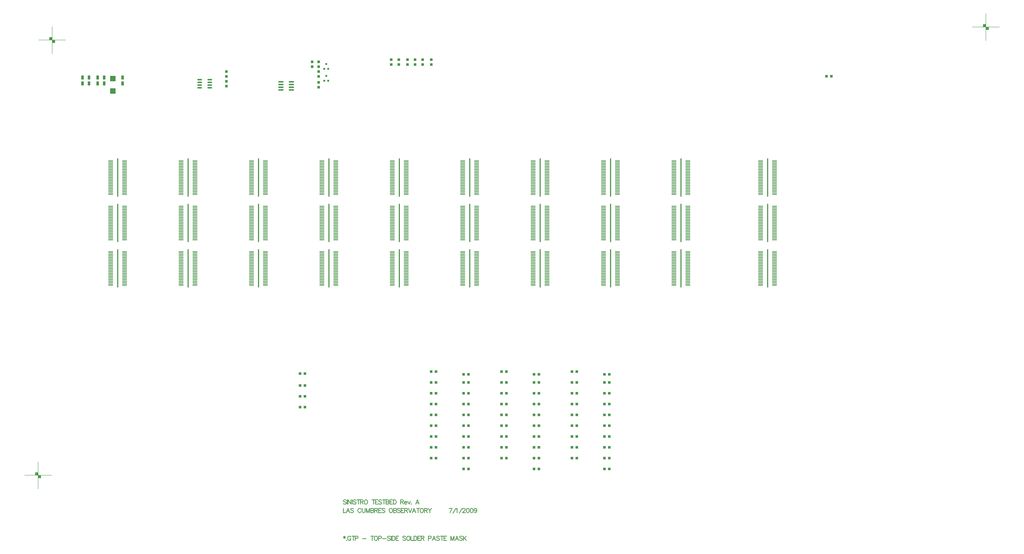
<source format=gtp>
%FSLAX23Y23*%
%MOIN*%
G70*
G01*
G75*
G04 Layer_Color=8421504*
%ADD10C,0.005*%
%ADD11R,0.050X0.050*%
%ADD12R,0.020X0.709*%
%ADD13R,0.085X0.016*%
%ADD14O,0.098X0.028*%
%ADD15R,0.050X0.050*%
%ADD16R,0.035X0.037*%
%ADD17R,0.035X0.037*%
%ADD18R,0.100X0.100*%
%ADD19R,0.048X0.078*%
%ADD20O,0.087X0.024*%
%ADD21C,0.010*%
%ADD22C,0.025*%
%ADD23C,0.012*%
%ADD24C,0.008*%
%ADD25C,0.012*%
%ADD26C,0.012*%
%ADD27C,0.250*%
%ADD28C,0.059*%
%ADD29R,0.059X0.059*%
%ADD30C,0.050*%
%ADD31C,0.080*%
%ADD32C,0.067*%
%ADD33C,0.067*%
%ADD34C,0.187*%
%ADD35R,0.067X0.067*%
%ADD36C,0.055*%
%ADD37C,0.047*%
%ADD38R,0.059X0.059*%
%ADD39C,0.059*%
%ADD40R,0.087X0.087*%
%ADD41C,0.087*%
%ADD42R,0.059X0.059*%
%ADD43O,0.079X0.039*%
%ADD44O,0.079X0.039*%
%ADD45C,0.045*%
%ADD46C,0.024*%
%ADD47C,0.010*%
%ADD48C,0.050*%
%ADD49C,0.040*%
%ADD50C,0.145*%
%ADD51C,0.055*%
G04:AMPARAMS|DCode=52|XSize=85mil|YSize=85mil|CornerRadius=0mil|HoleSize=0mil|Usage=FLASHONLY|Rotation=0.000|XOffset=0mil|YOffset=0mil|HoleType=Round|Shape=Relief|Width=10mil|Gap=10mil|Entries=4|*
%AMTHD52*
7,0,0,0.085,0.065,0.010,45*
%
%ADD52THD52*%
%ADD53C,0.072*%
%ADD54C,0.063*%
%ADD55C,0.063*%
%ADD56C,0.148*%
%ADD57C,0.053*%
%ADD58C,0.048*%
%ADD59C,0.055*%
G04:AMPARAMS|DCode=60|XSize=95.433mil|YSize=95.433mil|CornerRadius=0mil|HoleSize=0mil|Usage=FLASHONLY|Rotation=0.000|XOffset=0mil|YOffset=0mil|HoleType=Round|Shape=Relief|Width=10mil|Gap=10mil|Entries=4|*
%AMTHD60*
7,0,0,0.095,0.075,0.010,45*
%
%ADD60THD60*%
%ADD61C,0.067*%
G04:AMPARAMS|DCode=62|XSize=95.433mil|YSize=95.433mil|CornerRadius=0mil|HoleSize=0mil|Usage=FLASHONLY|Rotation=0.000|XOffset=0mil|YOffset=0mil|HoleType=Round|Shape=Relief|Width=10mil|Gap=10mil|Entries=4|*
%AMTHD62*
7,0,0,0.095,0.075,0.010,45*
%
%ADD62THD62*%
G04:AMPARAMS|DCode=63|XSize=112mil|YSize=112mil|CornerRadius=0mil|HoleSize=0mil|Usage=FLASHONLY|Rotation=0.000|XOffset=0mil|YOffset=0mil|HoleType=Round|Shape=Relief|Width=10mil|Gap=10mil|Entries=4|*
%AMTHD63*
7,0,0,0.112,0.092,0.010,45*
%
%ADD63THD63*%
%ADD64C,0.030*%
G04:AMPARAMS|DCode=65|XSize=70mil|YSize=70mil|CornerRadius=0mil|HoleSize=0mil|Usage=FLASHONLY|Rotation=0.000|XOffset=0mil|YOffset=0mil|HoleType=Round|Shape=Relief|Width=10mil|Gap=10mil|Entries=4|*
%AMTHD65*
7,0,0,0.070,0.050,0.010,45*
%
%ADD65THD65*%
G04:AMPARAMS|DCode=66|XSize=185mil|YSize=185mil|CornerRadius=0mil|HoleSize=0mil|Usage=FLASHONLY|Rotation=0.000|XOffset=0mil|YOffset=0mil|HoleType=Round|Shape=Relief|Width=10mil|Gap=10mil|Entries=4|*
%AMTHD66*
7,0,0,0.185,0.165,0.010,45*
%
%ADD66THD66*%
G04:AMPARAMS|DCode=67|XSize=188.346mil|YSize=188.346mil|CornerRadius=0mil|HoleSize=0mil|Usage=FLASHONLY|Rotation=0.000|XOffset=0mil|YOffset=0mil|HoleType=Round|Shape=Relief|Width=10mil|Gap=10mil|Entries=4|*
%AMTHD67*
7,0,0,0.188,0.168,0.010,45*
%
%ADD67THD67*%
G04:AMPARAMS|DCode=68|XSize=102.913mil|YSize=102.913mil|CornerRadius=0mil|HoleSize=0mil|Usage=FLASHONLY|Rotation=0.000|XOffset=0mil|YOffset=0mil|HoleType=Round|Shape=Relief|Width=10mil|Gap=10mil|Entries=4|*
%AMTHD68*
7,0,0,0.103,0.083,0.010,45*
%
%ADD68THD68*%
G04:AMPARAMS|DCode=69|XSize=93.465mil|YSize=93.465mil|CornerRadius=0mil|HoleSize=0mil|Usage=FLASHONLY|Rotation=0.000|XOffset=0mil|YOffset=0mil|HoleType=Round|Shape=Relief|Width=10mil|Gap=10mil|Entries=4|*
%AMTHD69*
7,0,0,0.093,0.073,0.010,45*
%
%ADD69THD69*%
G04:AMPARAMS|DCode=70|XSize=87.559mil|YSize=87.559mil|CornerRadius=0mil|HoleSize=0mil|Usage=FLASHONLY|Rotation=0.000|XOffset=0mil|YOffset=0mil|HoleType=Round|Shape=Relief|Width=10mil|Gap=10mil|Entries=4|*
%AMTHD70*
7,0,0,0.088,0.068,0.010,45*
%
%ADD70THD70*%
%ADD71C,0.020*%
%ADD72C,0.015*%
%ADD73C,0.008*%
%ADD74C,0.010*%
%ADD75C,0.006*%
%ADD76C,0.007*%
%ADD77C,0.028*%
%ADD78C,0.006*%
%ADD79C,0.006*%
%ADD80R,0.075X0.031*%
%ADD81R,0.500X0.300*%
D11*
X4195Y1480D02*
D03*
X4285D02*
D03*
X4195Y1680D02*
D03*
X4285D02*
D03*
X4195Y1880D02*
D03*
X4285D02*
D03*
X4195Y2100D02*
D03*
X4285D02*
D03*
X9905Y336D02*
D03*
X9815D02*
D03*
X9305Y2136D02*
D03*
X9215D02*
D03*
X9905Y536D02*
D03*
X9815D02*
D03*
X9305Y1936D02*
D03*
X9215D02*
D03*
X9905Y736D02*
D03*
X9815D02*
D03*
X9305Y1736D02*
D03*
X9215D02*
D03*
X9905Y936D02*
D03*
X9815D02*
D03*
X9305Y1536D02*
D03*
X9215D02*
D03*
X9905Y1136D02*
D03*
X9815D02*
D03*
X9305Y1336D02*
D03*
X9215D02*
D03*
X9905D02*
D03*
X9815D02*
D03*
X9305Y1136D02*
D03*
X9215D02*
D03*
X9905Y1536D02*
D03*
X9815D02*
D03*
X9305Y936D02*
D03*
X9215D02*
D03*
X9905Y1736D02*
D03*
X9815D02*
D03*
X9305Y736D02*
D03*
X9215D02*
D03*
X9905Y1936D02*
D03*
X9815D02*
D03*
X9305Y536D02*
D03*
X9215D02*
D03*
X9905Y2086D02*
D03*
X9815D02*
D03*
X8605Y336D02*
D03*
X8515D02*
D03*
X8005Y2136D02*
D03*
X7915D02*
D03*
X8605Y536D02*
D03*
X8515D02*
D03*
X8005Y1936D02*
D03*
X7915D02*
D03*
X8605Y736D02*
D03*
X8515D02*
D03*
X8005Y1736D02*
D03*
X7915D02*
D03*
X8605Y936D02*
D03*
X8515D02*
D03*
X8005Y1536D02*
D03*
X7915D02*
D03*
X8605Y1136D02*
D03*
X8515D02*
D03*
X8005Y1336D02*
D03*
X7915D02*
D03*
X8605D02*
D03*
X8515D02*
D03*
X8005Y1136D02*
D03*
X7915D02*
D03*
X8605Y1536D02*
D03*
X8515D02*
D03*
X8005Y936D02*
D03*
X7915D02*
D03*
X8605Y1736D02*
D03*
X8515D02*
D03*
X8005Y736D02*
D03*
X7915D02*
D03*
X8605Y1936D02*
D03*
X8515D02*
D03*
X8005Y536D02*
D03*
X7915D02*
D03*
X8605Y2086D02*
D03*
X8515D02*
D03*
X7305Y336D02*
D03*
X7215D02*
D03*
X6705Y2136D02*
D03*
X6615D02*
D03*
X7305Y536D02*
D03*
X7215D02*
D03*
X6705Y1936D02*
D03*
X6615D02*
D03*
X7305Y736D02*
D03*
X7215D02*
D03*
X6705Y1736D02*
D03*
X6615D02*
D03*
X7305Y936D02*
D03*
X7215D02*
D03*
X6705Y1536D02*
D03*
X6615D02*
D03*
X7305Y1136D02*
D03*
X7215D02*
D03*
X6705Y1336D02*
D03*
X6615D02*
D03*
X7305D02*
D03*
X7215D02*
D03*
X6705Y1136D02*
D03*
X6615D02*
D03*
X7305Y1536D02*
D03*
X7215D02*
D03*
X6705Y936D02*
D03*
X6615D02*
D03*
X7305Y1736D02*
D03*
X7215D02*
D03*
X6705Y736D02*
D03*
X6615D02*
D03*
X7305Y1936D02*
D03*
X7215D02*
D03*
X6705Y536D02*
D03*
X6615D02*
D03*
X7305Y2086D02*
D03*
X7215D02*
D03*
X13915Y7600D02*
D03*
X14005D02*
D03*
D12*
X11228Y4044D02*
D03*
Y4884D02*
D03*
Y5724D02*
D03*
X4728Y4044D02*
D03*
Y4884D02*
D03*
Y5724D02*
D03*
X9928Y4044D02*
D03*
Y4884D02*
D03*
Y5724D02*
D03*
X8628Y4044D02*
D03*
Y4884D02*
D03*
Y5724D02*
D03*
X7328Y4044D02*
D03*
Y4884D02*
D03*
Y5724D02*
D03*
X3428Y5724D02*
D03*
Y4884D02*
D03*
Y4044D02*
D03*
X2128Y5724D02*
D03*
Y4884D02*
D03*
Y4044D02*
D03*
X828Y5724D02*
D03*
Y4884D02*
D03*
Y4044D02*
D03*
X6028Y5724D02*
D03*
Y4884D02*
D03*
Y4044D02*
D03*
X12828Y5724D02*
D03*
Y4884D02*
D03*
Y4044D02*
D03*
D13*
X11100Y3731D02*
D03*
X11356D02*
D03*
X11100Y3756D02*
D03*
X11356Y3781D02*
D03*
X11100Y3806D02*
D03*
X11356Y3831D02*
D03*
X11100Y3856D02*
D03*
X11356D02*
D03*
X11100Y3881D02*
D03*
X11356Y3906D02*
D03*
X11100Y3931D02*
D03*
X11356Y3956D02*
D03*
X11100Y3981D02*
D03*
X11356D02*
D03*
X11100Y4006D02*
D03*
X11356Y4031D02*
D03*
X11100Y4056D02*
D03*
X11356Y4081D02*
D03*
X11100Y4106D02*
D03*
X11356D02*
D03*
X11100Y4131D02*
D03*
X11356Y4156D02*
D03*
X11100Y4181D02*
D03*
X11356Y4206D02*
D03*
X11100Y4231D02*
D03*
X11356D02*
D03*
X11100Y4256D02*
D03*
X11356Y4281D02*
D03*
X11100Y4306D02*
D03*
Y4331D02*
D03*
X11356D02*
D03*
X11100Y4356D02*
D03*
X11356D02*
D03*
X11100Y4572D02*
D03*
X11356D02*
D03*
X11100Y4597D02*
D03*
X11356D02*
D03*
X11100Y4622D02*
D03*
Y4647D02*
D03*
Y4672D02*
D03*
Y4697D02*
D03*
X11356D02*
D03*
X11100Y4722D02*
D03*
X11356D02*
D03*
X11100Y4747D02*
D03*
X11356D02*
D03*
X11100Y4772D02*
D03*
X11356D02*
D03*
X11100Y4797D02*
D03*
X11356D02*
D03*
X11100Y4822D02*
D03*
X11356D02*
D03*
X11100Y4847D02*
D03*
X11356D02*
D03*
X11100Y4872D02*
D03*
X11356D02*
D03*
X11100Y4897D02*
D03*
X11356D02*
D03*
X11100Y4922D02*
D03*
X11356D02*
D03*
X11100Y4947D02*
D03*
X11356D02*
D03*
X11100Y4972D02*
D03*
X11356D02*
D03*
X11100Y4997D02*
D03*
X11356D02*
D03*
X11100Y5022D02*
D03*
X11356D02*
D03*
X11100Y5047D02*
D03*
X11356D02*
D03*
X11100Y5072D02*
D03*
X11356D02*
D03*
X11100Y5097D02*
D03*
X11356D02*
D03*
X11100Y5122D02*
D03*
X11356D02*
D03*
X11100Y5147D02*
D03*
X11356D02*
D03*
X11100Y5172D02*
D03*
X11356D02*
D03*
X11100Y5197D02*
D03*
X11356D02*
D03*
X11100Y5412D02*
D03*
X11356D02*
D03*
X11100Y5437D02*
D03*
X11356D02*
D03*
X11100Y5462D02*
D03*
X11356D02*
D03*
X11100Y5487D02*
D03*
X11356D02*
D03*
X11100Y5512D02*
D03*
X11356D02*
D03*
X11100Y5537D02*
D03*
X11356D02*
D03*
X11100Y5562D02*
D03*
X11356D02*
D03*
X11100Y5587D02*
D03*
X11356D02*
D03*
X11100Y5612D02*
D03*
X11356D02*
D03*
X11100Y5637D02*
D03*
X11356D02*
D03*
X11100Y5662D02*
D03*
X11356D02*
D03*
X11100Y5687D02*
D03*
X11356D02*
D03*
X11100Y5712D02*
D03*
X11356D02*
D03*
X11100Y5737D02*
D03*
X11356D02*
D03*
X11100Y5762D02*
D03*
X11356D02*
D03*
X11100Y5787D02*
D03*
X11356D02*
D03*
X11100Y5812D02*
D03*
X11356D02*
D03*
X11100Y5837D02*
D03*
X11356D02*
D03*
X11100Y5862D02*
D03*
X11356D02*
D03*
X11100Y5887D02*
D03*
X11356D02*
D03*
X11100Y5912D02*
D03*
X11356D02*
D03*
X11100Y5937D02*
D03*
X11356D02*
D03*
X11100Y5962D02*
D03*
X11356D02*
D03*
X11100Y5987D02*
D03*
X11356D02*
D03*
X11100Y6012D02*
D03*
X11356D02*
D03*
X11100Y6037D02*
D03*
X11356D02*
D03*
Y4672D02*
D03*
Y4647D02*
D03*
Y4622D02*
D03*
Y4306D02*
D03*
X11100Y4281D02*
D03*
X11356Y4256D02*
D03*
X11100Y4206D02*
D03*
X11356Y4181D02*
D03*
X11100Y4156D02*
D03*
X11356Y4131D02*
D03*
X11100Y4081D02*
D03*
X11356Y4056D02*
D03*
X11100Y4031D02*
D03*
X11356Y4006D02*
D03*
X11100Y3956D02*
D03*
X11356Y3931D02*
D03*
X11100Y3906D02*
D03*
X11356Y3881D02*
D03*
X11100Y3831D02*
D03*
X11356Y3806D02*
D03*
X11100Y3781D02*
D03*
X11356Y3756D02*
D03*
X5900Y5862D02*
D03*
X4600Y3731D02*
D03*
X4856D02*
D03*
X4600Y3756D02*
D03*
X4856D02*
D03*
X4600Y3781D02*
D03*
X4856D02*
D03*
X4600Y3806D02*
D03*
X4856D02*
D03*
X4600Y3831D02*
D03*
X4856D02*
D03*
X4600Y3856D02*
D03*
X4856D02*
D03*
X4600Y3881D02*
D03*
X4856D02*
D03*
X4600Y3906D02*
D03*
X4856D02*
D03*
X4600Y3931D02*
D03*
X4856D02*
D03*
X4600Y3956D02*
D03*
X4856D02*
D03*
X4600Y3981D02*
D03*
X4856D02*
D03*
X4600Y4006D02*
D03*
X4856D02*
D03*
X4600Y4031D02*
D03*
X4856D02*
D03*
X4600Y4056D02*
D03*
X4856D02*
D03*
X4600Y4081D02*
D03*
X4856D02*
D03*
X4600Y4106D02*
D03*
X4856D02*
D03*
X4600Y4131D02*
D03*
X4856D02*
D03*
X4600Y4156D02*
D03*
X4856D02*
D03*
X4600Y4181D02*
D03*
X4856D02*
D03*
X4600Y4206D02*
D03*
X4856D02*
D03*
X4600Y4231D02*
D03*
X4856D02*
D03*
X4600Y4256D02*
D03*
X4856D02*
D03*
X4600Y4281D02*
D03*
X4856D02*
D03*
X4600Y4306D02*
D03*
X4856D02*
D03*
X4600Y4331D02*
D03*
X4856D02*
D03*
X4600Y4356D02*
D03*
X4856D02*
D03*
X4600Y4571D02*
D03*
X4856D02*
D03*
X4600Y4596D02*
D03*
X4856D02*
D03*
X4600Y4621D02*
D03*
X4856D02*
D03*
X4600Y4646D02*
D03*
X4856D02*
D03*
X4600Y4671D02*
D03*
X4856D02*
D03*
X4600Y4696D02*
D03*
X4856D02*
D03*
X4600Y4721D02*
D03*
X4856D02*
D03*
X4600Y4746D02*
D03*
X4856D02*
D03*
X4600Y4771D02*
D03*
X4856D02*
D03*
X4600Y4796D02*
D03*
X4856D02*
D03*
X4600Y4821D02*
D03*
X4856D02*
D03*
X4600Y4846D02*
D03*
X4856D02*
D03*
X4600Y4871D02*
D03*
X4856D02*
D03*
X4600Y4896D02*
D03*
X4856D02*
D03*
X4600Y4921D02*
D03*
X4856D02*
D03*
X4600Y4946D02*
D03*
X4856D02*
D03*
X4600Y4971D02*
D03*
X4856D02*
D03*
X4600Y4996D02*
D03*
X4856D02*
D03*
X4600Y5021D02*
D03*
X4856D02*
D03*
X4600Y5046D02*
D03*
X4856D02*
D03*
X4600Y5071D02*
D03*
X4856D02*
D03*
X4600Y5096D02*
D03*
X4856D02*
D03*
X4600Y5121D02*
D03*
X4856D02*
D03*
X4600Y5146D02*
D03*
X4856D02*
D03*
X4600Y5171D02*
D03*
X4856D02*
D03*
X4600Y5196D02*
D03*
X4856D02*
D03*
X4600Y5412D02*
D03*
X4856D02*
D03*
X4600Y5437D02*
D03*
X4856D02*
D03*
X4600Y5462D02*
D03*
X4856D02*
D03*
X4600Y5487D02*
D03*
X4856D02*
D03*
X4600Y5512D02*
D03*
X4856D02*
D03*
X4600Y5537D02*
D03*
X4856D02*
D03*
X4600Y5562D02*
D03*
X4856D02*
D03*
X4600Y5587D02*
D03*
X4856D02*
D03*
X4600Y5612D02*
D03*
X4856D02*
D03*
X4600Y5637D02*
D03*
X4856D02*
D03*
X4600Y5662D02*
D03*
X4856D02*
D03*
X4600Y5687D02*
D03*
X4856D02*
D03*
X4600Y5712D02*
D03*
X4856D02*
D03*
X4600Y5737D02*
D03*
X4856D02*
D03*
X4600Y5762D02*
D03*
X4856D02*
D03*
X4600Y5787D02*
D03*
X4856D02*
D03*
X4600Y5812D02*
D03*
X4856D02*
D03*
X4600Y5837D02*
D03*
X4856D02*
D03*
X4600Y5862D02*
D03*
X4856D02*
D03*
X4600Y5887D02*
D03*
X4856D02*
D03*
X4600Y5912D02*
D03*
X4856D02*
D03*
X4600Y5937D02*
D03*
X4856D02*
D03*
X4600Y5962D02*
D03*
X4856D02*
D03*
X4600Y5987D02*
D03*
X4856D02*
D03*
X4600Y6012D02*
D03*
X4856D02*
D03*
X4600Y6037D02*
D03*
X4856D02*
D03*
X9800Y3731D02*
D03*
X10056D02*
D03*
X9800Y3756D02*
D03*
X10056D02*
D03*
X9800Y3781D02*
D03*
X10056D02*
D03*
X9800Y3806D02*
D03*
X10056D02*
D03*
X9800Y3831D02*
D03*
X10056D02*
D03*
X9800Y3856D02*
D03*
X10056D02*
D03*
X9800Y3881D02*
D03*
X10056D02*
D03*
X9800Y3906D02*
D03*
X10056D02*
D03*
X9800Y3931D02*
D03*
X10056D02*
D03*
X9800Y3956D02*
D03*
X10056D02*
D03*
X9800Y3981D02*
D03*
X10056D02*
D03*
X9800Y4006D02*
D03*
X10056D02*
D03*
X9800Y4031D02*
D03*
X10056D02*
D03*
X9800Y4056D02*
D03*
X10056D02*
D03*
X9800Y4081D02*
D03*
X10056D02*
D03*
X9800Y4106D02*
D03*
X10056D02*
D03*
X9800Y4131D02*
D03*
X10056D02*
D03*
X9800Y4156D02*
D03*
X10056D02*
D03*
X9800Y4181D02*
D03*
X10056D02*
D03*
X9800Y4206D02*
D03*
X10056D02*
D03*
X9800Y4231D02*
D03*
X10056D02*
D03*
X9800Y4256D02*
D03*
X10056D02*
D03*
X9800Y4281D02*
D03*
X10056D02*
D03*
X9800Y4306D02*
D03*
X10056D02*
D03*
X9800Y4331D02*
D03*
X10056D02*
D03*
X9800Y4356D02*
D03*
X10056D02*
D03*
X9800Y4572D02*
D03*
X10056D02*
D03*
X9800Y4597D02*
D03*
X10056D02*
D03*
X9800Y4622D02*
D03*
X10056D02*
D03*
X9800Y4647D02*
D03*
X10056D02*
D03*
X9800Y4672D02*
D03*
X10056D02*
D03*
X9800Y4697D02*
D03*
X10056D02*
D03*
X9800Y4722D02*
D03*
X10056D02*
D03*
X9800Y4747D02*
D03*
X10056D02*
D03*
X9800Y4772D02*
D03*
X10056D02*
D03*
X9800Y4797D02*
D03*
X10056D02*
D03*
X9800Y4822D02*
D03*
X10056D02*
D03*
X9800Y4847D02*
D03*
X10056D02*
D03*
X9800Y4872D02*
D03*
X10056D02*
D03*
X9800Y4897D02*
D03*
X10056D02*
D03*
X9800Y4922D02*
D03*
X10056D02*
D03*
X9800Y4947D02*
D03*
X10056D02*
D03*
X9800Y4972D02*
D03*
X10056D02*
D03*
X9800Y4997D02*
D03*
X10056D02*
D03*
X9800Y5022D02*
D03*
X10056D02*
D03*
X9800Y5047D02*
D03*
X10056D02*
D03*
X9800Y5072D02*
D03*
X10056D02*
D03*
X9800Y5097D02*
D03*
X10056D02*
D03*
X9800Y5122D02*
D03*
X10056D02*
D03*
X9800Y5147D02*
D03*
X10056D02*
D03*
X9800Y5172D02*
D03*
X10056D02*
D03*
X9800Y5197D02*
D03*
X10056D02*
D03*
X9800Y5412D02*
D03*
X10056D02*
D03*
X9800Y5437D02*
D03*
X10056D02*
D03*
X9800Y5462D02*
D03*
X10056D02*
D03*
X9800Y5487D02*
D03*
X10056D02*
D03*
X9800Y5512D02*
D03*
X10056D02*
D03*
X9800Y5537D02*
D03*
X10056D02*
D03*
X9800Y5562D02*
D03*
X10056D02*
D03*
X9800Y5587D02*
D03*
X10056D02*
D03*
X9800Y5612D02*
D03*
X10056D02*
D03*
X9800Y5637D02*
D03*
X10056D02*
D03*
X9800Y5662D02*
D03*
X10056D02*
D03*
X9800Y5687D02*
D03*
X10056D02*
D03*
X9800Y5712D02*
D03*
X10056D02*
D03*
X9800Y5737D02*
D03*
X10056D02*
D03*
X9800Y5762D02*
D03*
X10056D02*
D03*
X9800Y5787D02*
D03*
X10056D02*
D03*
X9800Y5812D02*
D03*
X10056D02*
D03*
X9800Y5837D02*
D03*
X10056D02*
D03*
X9800Y5862D02*
D03*
X10056D02*
D03*
X9800Y5887D02*
D03*
X10056D02*
D03*
X9800Y5912D02*
D03*
X10056D02*
D03*
X9800Y5937D02*
D03*
X10056D02*
D03*
X9800Y5962D02*
D03*
X10056D02*
D03*
X9800Y5987D02*
D03*
X10056D02*
D03*
X9800Y6012D02*
D03*
X10056D02*
D03*
X9800Y6037D02*
D03*
X10056D02*
D03*
X8500Y3731D02*
D03*
X8756D02*
D03*
X8500Y3756D02*
D03*
X8756D02*
D03*
X8500Y3781D02*
D03*
X8756D02*
D03*
X8500Y3806D02*
D03*
X8756D02*
D03*
X8500Y3831D02*
D03*
X8756D02*
D03*
X8500Y3856D02*
D03*
X8756D02*
D03*
X8500Y3881D02*
D03*
X8756D02*
D03*
X8500Y3906D02*
D03*
X8756D02*
D03*
X8500Y3931D02*
D03*
X8756D02*
D03*
X8500Y3956D02*
D03*
X8756D02*
D03*
X8500Y3981D02*
D03*
X8756D02*
D03*
X8500Y4006D02*
D03*
X8756D02*
D03*
X8500Y4031D02*
D03*
X8756D02*
D03*
X8500Y4056D02*
D03*
X8756D02*
D03*
X8500Y4081D02*
D03*
X8756D02*
D03*
X8500Y4106D02*
D03*
X8756D02*
D03*
X8500Y4131D02*
D03*
X8756D02*
D03*
X8500Y4156D02*
D03*
X8756D02*
D03*
X8500Y4181D02*
D03*
X8756D02*
D03*
X8500Y4206D02*
D03*
X8756D02*
D03*
X8500Y4231D02*
D03*
X8756D02*
D03*
X8500Y4256D02*
D03*
X8756D02*
D03*
X8500Y4281D02*
D03*
X8756D02*
D03*
X8500Y4306D02*
D03*
X8756D02*
D03*
X8500Y4331D02*
D03*
X8756D02*
D03*
X8500Y4356D02*
D03*
X8756D02*
D03*
X8500Y4572D02*
D03*
X8756D02*
D03*
X8500Y4597D02*
D03*
X8756D02*
D03*
X8500Y4622D02*
D03*
X8756D02*
D03*
X8500Y4647D02*
D03*
X8756D02*
D03*
X8500Y4672D02*
D03*
X8756D02*
D03*
X8500Y4697D02*
D03*
X8756D02*
D03*
X8500Y4722D02*
D03*
X8756D02*
D03*
X8500Y4747D02*
D03*
X8756D02*
D03*
X8500Y4772D02*
D03*
X8756D02*
D03*
X8500Y4797D02*
D03*
X8756D02*
D03*
X8500Y4822D02*
D03*
X8756D02*
D03*
X8500Y4847D02*
D03*
X8756D02*
D03*
X8500Y4872D02*
D03*
X8756D02*
D03*
X8500Y4897D02*
D03*
X8756D02*
D03*
X8500Y4922D02*
D03*
X8756D02*
D03*
X8500Y4947D02*
D03*
X8756D02*
D03*
X8500Y4972D02*
D03*
X8756D02*
D03*
X8500Y4997D02*
D03*
X8756D02*
D03*
X8500Y5022D02*
D03*
X8756D02*
D03*
X8500Y5047D02*
D03*
X8756D02*
D03*
X8500Y5072D02*
D03*
X8756D02*
D03*
X8500Y5097D02*
D03*
X8756D02*
D03*
X8500Y5122D02*
D03*
X8756D02*
D03*
X8500Y5147D02*
D03*
X8756D02*
D03*
X8500Y5172D02*
D03*
X8756D02*
D03*
X8500Y5197D02*
D03*
X8756D02*
D03*
X8500Y5412D02*
D03*
X8756D02*
D03*
X8500Y5437D02*
D03*
X8756D02*
D03*
X8500Y5462D02*
D03*
X8756D02*
D03*
X8500Y5487D02*
D03*
X8756D02*
D03*
X8500Y5512D02*
D03*
X8756D02*
D03*
X8500Y5537D02*
D03*
X8756D02*
D03*
X8500Y5562D02*
D03*
X8756D02*
D03*
X8500Y5587D02*
D03*
X8756D02*
D03*
X8500Y5612D02*
D03*
X8756D02*
D03*
X8500Y5637D02*
D03*
X8756D02*
D03*
X8500Y5662D02*
D03*
X8756D02*
D03*
X8500Y5687D02*
D03*
X8756D02*
D03*
X8500Y5712D02*
D03*
X8756D02*
D03*
X8500Y5737D02*
D03*
X8756D02*
D03*
X8500Y5762D02*
D03*
X8756D02*
D03*
X8500Y5787D02*
D03*
X8756D02*
D03*
X8500Y5812D02*
D03*
X8756D02*
D03*
X8500Y5837D02*
D03*
X8756D02*
D03*
X8500Y5862D02*
D03*
X8756D02*
D03*
X8500Y5887D02*
D03*
X8756D02*
D03*
X8500Y5912D02*
D03*
X8756D02*
D03*
X8500Y5937D02*
D03*
X8756D02*
D03*
X8500Y5962D02*
D03*
X8756D02*
D03*
X8500Y5987D02*
D03*
X8756D02*
D03*
X8500Y6012D02*
D03*
X8756D02*
D03*
X8500Y6037D02*
D03*
X8756D02*
D03*
X7200Y3731D02*
D03*
X7456D02*
D03*
X7200Y3756D02*
D03*
X7456D02*
D03*
X7200Y3781D02*
D03*
X7456D02*
D03*
X7200Y3806D02*
D03*
X7456D02*
D03*
X7200Y3831D02*
D03*
X7456D02*
D03*
X7200Y3856D02*
D03*
X7456D02*
D03*
X7200Y3881D02*
D03*
X7456D02*
D03*
X7200Y3906D02*
D03*
X7456D02*
D03*
X7200Y3931D02*
D03*
X7456D02*
D03*
X7200Y3956D02*
D03*
X7456D02*
D03*
X7200Y3981D02*
D03*
X7456D02*
D03*
X7200Y4006D02*
D03*
X7456D02*
D03*
X7200Y4031D02*
D03*
X7456D02*
D03*
X7200Y4056D02*
D03*
X7456D02*
D03*
X7200Y4081D02*
D03*
X7456D02*
D03*
X7200Y4106D02*
D03*
X7456D02*
D03*
X7200Y4131D02*
D03*
X7456D02*
D03*
X7200Y4156D02*
D03*
X7456D02*
D03*
X7200Y4181D02*
D03*
X7456D02*
D03*
X7200Y4206D02*
D03*
X7456D02*
D03*
X7200Y4231D02*
D03*
X7456D02*
D03*
X7200Y4256D02*
D03*
X7456D02*
D03*
X7200Y4281D02*
D03*
X7456D02*
D03*
X7200Y4306D02*
D03*
X7456D02*
D03*
X7200Y4331D02*
D03*
X7456D02*
D03*
X7200Y4356D02*
D03*
X7456D02*
D03*
X7200Y4572D02*
D03*
X7456D02*
D03*
X7200Y4597D02*
D03*
X7456D02*
D03*
X7200Y4622D02*
D03*
X7456D02*
D03*
X7200Y4647D02*
D03*
X7456D02*
D03*
X7200Y4672D02*
D03*
X7456D02*
D03*
X7200Y4697D02*
D03*
X7456D02*
D03*
X7200Y4722D02*
D03*
X7456D02*
D03*
X7200Y4747D02*
D03*
X7456D02*
D03*
X7200Y4772D02*
D03*
X7456D02*
D03*
X7200Y4797D02*
D03*
X7456D02*
D03*
X7200Y4822D02*
D03*
X7456D02*
D03*
X7200Y4847D02*
D03*
X7456D02*
D03*
X7200Y4872D02*
D03*
X7456D02*
D03*
X7200Y4897D02*
D03*
X7456D02*
D03*
X7200Y4922D02*
D03*
X7456D02*
D03*
X7200Y4947D02*
D03*
X7456D02*
D03*
X7200Y4972D02*
D03*
X7456D02*
D03*
X7200Y4997D02*
D03*
X7456D02*
D03*
X7200Y5022D02*
D03*
X7456D02*
D03*
X7200Y5047D02*
D03*
X7456D02*
D03*
X7200Y5072D02*
D03*
X7456D02*
D03*
X7200Y5097D02*
D03*
X7456D02*
D03*
X7200Y5122D02*
D03*
X7456D02*
D03*
X7200Y5147D02*
D03*
X7456D02*
D03*
X7200Y5172D02*
D03*
X7456D02*
D03*
X7200Y5197D02*
D03*
X7456D02*
D03*
X7200Y5412D02*
D03*
X7456D02*
D03*
X7200Y5437D02*
D03*
X7456D02*
D03*
X7200Y5462D02*
D03*
X7456D02*
D03*
X7200Y5487D02*
D03*
X7456D02*
D03*
X7200Y5512D02*
D03*
X7456D02*
D03*
X7200Y5537D02*
D03*
X7456D02*
D03*
X7200Y5562D02*
D03*
X7456D02*
D03*
X7200Y5587D02*
D03*
X7456D02*
D03*
X7200Y5612D02*
D03*
X7456D02*
D03*
X7200Y5637D02*
D03*
X7456D02*
D03*
X7200Y5662D02*
D03*
X7456D02*
D03*
X7200Y5687D02*
D03*
X7456D02*
D03*
X7200Y5712D02*
D03*
X7456D02*
D03*
X7200Y5737D02*
D03*
X7456D02*
D03*
X7200Y5762D02*
D03*
X7456D02*
D03*
X7200Y5787D02*
D03*
X7456D02*
D03*
X7200Y5812D02*
D03*
X7456D02*
D03*
X7200Y5837D02*
D03*
X7456D02*
D03*
X7200Y5862D02*
D03*
X7456D02*
D03*
X7200Y5887D02*
D03*
X7456D02*
D03*
X7200Y5912D02*
D03*
X7456D02*
D03*
X7200Y5937D02*
D03*
X7456D02*
D03*
X7200Y5962D02*
D03*
X7456D02*
D03*
X7200Y5987D02*
D03*
X7456D02*
D03*
X7200Y6012D02*
D03*
X7456D02*
D03*
X7200Y6037D02*
D03*
X7456D02*
D03*
X3556Y6037D02*
D03*
X3300D02*
D03*
X3556Y6012D02*
D03*
X3300D02*
D03*
X3556Y5987D02*
D03*
X3300D02*
D03*
X3556Y5962D02*
D03*
X3300D02*
D03*
X3556Y5937D02*
D03*
X3300D02*
D03*
X3556Y5912D02*
D03*
X3300D02*
D03*
X3556Y5887D02*
D03*
X3300D02*
D03*
X3556Y5862D02*
D03*
X3300D02*
D03*
X3556Y5837D02*
D03*
X3300D02*
D03*
X3556Y5812D02*
D03*
X3300D02*
D03*
X3556Y5787D02*
D03*
X3300D02*
D03*
X3556Y5762D02*
D03*
X3300D02*
D03*
X3556Y5737D02*
D03*
X3300D02*
D03*
X3556Y5712D02*
D03*
X3300D02*
D03*
X3556Y5687D02*
D03*
X3300D02*
D03*
X3556Y5662D02*
D03*
X3300D02*
D03*
X3556Y5637D02*
D03*
X3300D02*
D03*
X3556Y5612D02*
D03*
X3300D02*
D03*
X3556Y5587D02*
D03*
X3300D02*
D03*
X3556Y5562D02*
D03*
X3300D02*
D03*
X3556Y5537D02*
D03*
X3300D02*
D03*
X3556Y5512D02*
D03*
X3300D02*
D03*
X3556Y5487D02*
D03*
X3300D02*
D03*
X3556Y5462D02*
D03*
X3300D02*
D03*
X3556Y5437D02*
D03*
X3300D02*
D03*
X3556Y5412D02*
D03*
X3300D02*
D03*
X3556Y5196D02*
D03*
X3300D02*
D03*
X3556Y5171D02*
D03*
X3300D02*
D03*
X3556Y5146D02*
D03*
X3300D02*
D03*
X3556Y5121D02*
D03*
X3300D02*
D03*
X3556Y5096D02*
D03*
X3300D02*
D03*
X3556Y5071D02*
D03*
X3300D02*
D03*
X3556Y5046D02*
D03*
X3300D02*
D03*
X3556Y5021D02*
D03*
X3300D02*
D03*
X3556Y4996D02*
D03*
X3300D02*
D03*
X3556Y4971D02*
D03*
X3300D02*
D03*
X3556Y4946D02*
D03*
X3300D02*
D03*
X3556Y4921D02*
D03*
X3300D02*
D03*
X3556Y4896D02*
D03*
X3300D02*
D03*
X3556Y4871D02*
D03*
X3300D02*
D03*
X3556Y4846D02*
D03*
X3300D02*
D03*
X3556Y4821D02*
D03*
X3300D02*
D03*
X3556Y4796D02*
D03*
X3300D02*
D03*
X3556Y4771D02*
D03*
X3300D02*
D03*
X3556Y4746D02*
D03*
X3300D02*
D03*
X3556Y4721D02*
D03*
X3300D02*
D03*
X3556Y4696D02*
D03*
X3300D02*
D03*
X3556Y4671D02*
D03*
X3300D02*
D03*
X3556Y4646D02*
D03*
X3300D02*
D03*
X3556Y4621D02*
D03*
X3300D02*
D03*
X3556Y4596D02*
D03*
X3300D02*
D03*
X3556Y4571D02*
D03*
X3300D02*
D03*
X3556Y4356D02*
D03*
X3300D02*
D03*
X3556Y4331D02*
D03*
X3300D02*
D03*
X3556Y4306D02*
D03*
X3300D02*
D03*
X3556Y4281D02*
D03*
X3300D02*
D03*
X3556Y4256D02*
D03*
X3300D02*
D03*
X3556Y4231D02*
D03*
X3300D02*
D03*
X3556Y4206D02*
D03*
X3300D02*
D03*
X3556Y4181D02*
D03*
X3300D02*
D03*
X3556Y4156D02*
D03*
X3300D02*
D03*
X3556Y4131D02*
D03*
X3300D02*
D03*
X3556Y4106D02*
D03*
X3300D02*
D03*
X3556Y4081D02*
D03*
X3300D02*
D03*
X3556Y4056D02*
D03*
X3300D02*
D03*
X3556Y4031D02*
D03*
X3300D02*
D03*
X3556Y4006D02*
D03*
X3300D02*
D03*
X3556Y3981D02*
D03*
X3300D02*
D03*
X3556Y3956D02*
D03*
X3300D02*
D03*
X3556Y3931D02*
D03*
X3300D02*
D03*
X3556Y3906D02*
D03*
X3300D02*
D03*
X3556Y3881D02*
D03*
X3300D02*
D03*
X3556Y3856D02*
D03*
X3300D02*
D03*
X3556Y3831D02*
D03*
X3300D02*
D03*
X3556Y3806D02*
D03*
X3300D02*
D03*
X3556Y3781D02*
D03*
X3300D02*
D03*
X3556Y3756D02*
D03*
X3300D02*
D03*
X3556Y3731D02*
D03*
X3300D02*
D03*
X2256Y6037D02*
D03*
X2000D02*
D03*
X2256Y6012D02*
D03*
X2000D02*
D03*
X2256Y5987D02*
D03*
X2000D02*
D03*
X2256Y5962D02*
D03*
X2000D02*
D03*
X2256Y5937D02*
D03*
X2000D02*
D03*
X2256Y5912D02*
D03*
X2000D02*
D03*
X2256Y5887D02*
D03*
X2000D02*
D03*
X2256Y5862D02*
D03*
X2000D02*
D03*
X2256Y5837D02*
D03*
X2000D02*
D03*
X2256Y5812D02*
D03*
X2000D02*
D03*
X2256Y5787D02*
D03*
X2000D02*
D03*
X2256Y5762D02*
D03*
X2000D02*
D03*
X2256Y5737D02*
D03*
X2000D02*
D03*
X2256Y5712D02*
D03*
X2000D02*
D03*
X2256Y5687D02*
D03*
X2000D02*
D03*
X2256Y5662D02*
D03*
X2000D02*
D03*
X2256Y5637D02*
D03*
X2000D02*
D03*
X2256Y5612D02*
D03*
X2000D02*
D03*
X2256Y5587D02*
D03*
X2000D02*
D03*
X2256Y5562D02*
D03*
X2000D02*
D03*
X2256Y5537D02*
D03*
X2000D02*
D03*
X2256Y5512D02*
D03*
X2000D02*
D03*
X2256Y5487D02*
D03*
X2000D02*
D03*
X2256Y5462D02*
D03*
X2000D02*
D03*
X2256Y5437D02*
D03*
X2000D02*
D03*
X2256Y5412D02*
D03*
X2000D02*
D03*
X2256Y5196D02*
D03*
X2000D02*
D03*
X2256Y5171D02*
D03*
X2000D02*
D03*
X2256Y5146D02*
D03*
X2000D02*
D03*
X2256Y5121D02*
D03*
X2000D02*
D03*
X2256Y5096D02*
D03*
X2000D02*
D03*
X2256Y5071D02*
D03*
X2000D02*
D03*
X2256Y5046D02*
D03*
X2000D02*
D03*
X2256Y5021D02*
D03*
X2000D02*
D03*
X2256Y4996D02*
D03*
X2000D02*
D03*
X2256Y4971D02*
D03*
X2000D02*
D03*
X2256Y4946D02*
D03*
X2000D02*
D03*
X2256Y4921D02*
D03*
X2000D02*
D03*
X2256Y4896D02*
D03*
X2000D02*
D03*
X2256Y4871D02*
D03*
X2000D02*
D03*
X2256Y4846D02*
D03*
X2000D02*
D03*
X2256Y4821D02*
D03*
X2000D02*
D03*
X2256Y4796D02*
D03*
X2000D02*
D03*
X2256Y4771D02*
D03*
X2000D02*
D03*
X2256Y4746D02*
D03*
X2000D02*
D03*
X2256Y4721D02*
D03*
X2000D02*
D03*
X2256Y4696D02*
D03*
X2000D02*
D03*
X2256Y4671D02*
D03*
X2000D02*
D03*
X2256Y4646D02*
D03*
X2000D02*
D03*
X2256Y4621D02*
D03*
X2000D02*
D03*
X2256Y4596D02*
D03*
X2000D02*
D03*
X2256Y4571D02*
D03*
X2000D02*
D03*
X2256Y4356D02*
D03*
X2000D02*
D03*
X2256Y4331D02*
D03*
X2000D02*
D03*
X2256Y4306D02*
D03*
X2000D02*
D03*
X2256Y4281D02*
D03*
X2000D02*
D03*
X2256Y4256D02*
D03*
X2000D02*
D03*
X2256Y4231D02*
D03*
X2000D02*
D03*
X2256Y4206D02*
D03*
X2000D02*
D03*
X2256Y4181D02*
D03*
X2000D02*
D03*
X2256Y4156D02*
D03*
X2000D02*
D03*
X2256Y4131D02*
D03*
X2000D02*
D03*
X2256Y4106D02*
D03*
X2000D02*
D03*
X2256Y4081D02*
D03*
X2000D02*
D03*
X2256Y4056D02*
D03*
X2000D02*
D03*
X2256Y4031D02*
D03*
X2000D02*
D03*
X2256Y4006D02*
D03*
X2000D02*
D03*
X2256Y3981D02*
D03*
X2000D02*
D03*
X2256Y3956D02*
D03*
X2000D02*
D03*
X2256Y3931D02*
D03*
X2000D02*
D03*
X2256Y3906D02*
D03*
X2000D02*
D03*
X2256Y3881D02*
D03*
X2000D02*
D03*
X2256Y3856D02*
D03*
X2000D02*
D03*
X2256Y3831D02*
D03*
X2000D02*
D03*
X2256Y3806D02*
D03*
X2000D02*
D03*
X2256Y3781D02*
D03*
X2000D02*
D03*
X2256Y3756D02*
D03*
X2000D02*
D03*
X2256Y3731D02*
D03*
X2000D02*
D03*
X956Y6037D02*
D03*
X700D02*
D03*
X956Y6012D02*
D03*
X700D02*
D03*
X956Y5987D02*
D03*
X700D02*
D03*
X956Y5962D02*
D03*
X700D02*
D03*
X956Y5937D02*
D03*
X700D02*
D03*
X956Y5912D02*
D03*
X700D02*
D03*
X956Y5887D02*
D03*
X700D02*
D03*
X956Y5862D02*
D03*
X700D02*
D03*
X956Y5837D02*
D03*
X700D02*
D03*
X956Y5812D02*
D03*
X700D02*
D03*
X956Y5787D02*
D03*
X700D02*
D03*
X956Y5762D02*
D03*
X700D02*
D03*
X956Y5737D02*
D03*
X700D02*
D03*
X956Y5712D02*
D03*
X700D02*
D03*
X956Y5687D02*
D03*
X700D02*
D03*
X956Y5662D02*
D03*
X700D02*
D03*
X956Y5637D02*
D03*
X700D02*
D03*
X956Y5612D02*
D03*
X700D02*
D03*
X956Y5587D02*
D03*
X700D02*
D03*
X956Y5562D02*
D03*
X700D02*
D03*
X956Y5537D02*
D03*
X700D02*
D03*
X956Y5512D02*
D03*
X700D02*
D03*
X956Y5487D02*
D03*
X700D02*
D03*
X956Y5462D02*
D03*
X700D02*
D03*
X956Y5437D02*
D03*
X700D02*
D03*
X956Y5412D02*
D03*
X700D02*
D03*
X956Y5196D02*
D03*
X700D02*
D03*
X956Y5171D02*
D03*
X700D02*
D03*
X956Y5146D02*
D03*
X700D02*
D03*
X956Y5121D02*
D03*
X700D02*
D03*
X956Y5096D02*
D03*
X700D02*
D03*
X956Y5071D02*
D03*
X700D02*
D03*
X956Y5046D02*
D03*
X700D02*
D03*
X956Y5021D02*
D03*
X700D02*
D03*
X956Y4996D02*
D03*
X700D02*
D03*
X956Y4971D02*
D03*
X700D02*
D03*
X956Y4946D02*
D03*
X700D02*
D03*
X956Y4921D02*
D03*
X700D02*
D03*
X956Y4896D02*
D03*
X700D02*
D03*
X956Y4871D02*
D03*
X700D02*
D03*
X956Y4846D02*
D03*
X700D02*
D03*
X956Y4821D02*
D03*
X700D02*
D03*
X956Y4796D02*
D03*
X700D02*
D03*
X956Y4771D02*
D03*
X700D02*
D03*
X956Y4746D02*
D03*
X700D02*
D03*
X956Y4721D02*
D03*
X700D02*
D03*
X956Y4696D02*
D03*
X700D02*
D03*
X956Y4671D02*
D03*
X700D02*
D03*
X956Y4646D02*
D03*
X700D02*
D03*
X956Y4621D02*
D03*
X700D02*
D03*
X956Y4596D02*
D03*
X700D02*
D03*
X956Y4571D02*
D03*
X700D02*
D03*
X956Y4356D02*
D03*
X700D02*
D03*
X956Y4331D02*
D03*
X700D02*
D03*
X956Y4306D02*
D03*
X700D02*
D03*
X956Y4281D02*
D03*
X700D02*
D03*
X956Y4256D02*
D03*
X700D02*
D03*
X956Y4231D02*
D03*
X700D02*
D03*
X956Y4206D02*
D03*
X700D02*
D03*
X956Y4181D02*
D03*
X700D02*
D03*
X956Y4156D02*
D03*
X700D02*
D03*
X956Y4131D02*
D03*
X700D02*
D03*
X956Y4106D02*
D03*
X700D02*
D03*
X956Y4081D02*
D03*
X700D02*
D03*
X956Y4056D02*
D03*
X700D02*
D03*
X956Y4031D02*
D03*
X700D02*
D03*
X956Y4006D02*
D03*
X700D02*
D03*
X956Y3981D02*
D03*
X700D02*
D03*
X956Y3956D02*
D03*
X700D02*
D03*
X956Y3931D02*
D03*
X700D02*
D03*
X956Y3906D02*
D03*
X700D02*
D03*
X956Y3881D02*
D03*
X700D02*
D03*
X956Y3856D02*
D03*
X700D02*
D03*
X956Y3831D02*
D03*
X700D02*
D03*
X956Y3806D02*
D03*
X700D02*
D03*
X956Y3781D02*
D03*
X700D02*
D03*
X956Y3756D02*
D03*
X700D02*
D03*
X956Y3731D02*
D03*
X700D02*
D03*
X6156Y6037D02*
D03*
X5900D02*
D03*
X6156Y6012D02*
D03*
X5900D02*
D03*
X6156Y5987D02*
D03*
X5900D02*
D03*
X6156Y5962D02*
D03*
X5900D02*
D03*
X6156Y5937D02*
D03*
X5900D02*
D03*
X6156Y5912D02*
D03*
X5900D02*
D03*
X6156Y5887D02*
D03*
X5900D02*
D03*
X6156Y5862D02*
D03*
Y5837D02*
D03*
X5900D02*
D03*
X6156Y5812D02*
D03*
X5900D02*
D03*
X6156Y5787D02*
D03*
X5900D02*
D03*
X6156Y5762D02*
D03*
X5900D02*
D03*
X6156Y5737D02*
D03*
X5900D02*
D03*
X6156Y5712D02*
D03*
X5900D02*
D03*
X6156Y5687D02*
D03*
X5900D02*
D03*
X6156Y5662D02*
D03*
X5900D02*
D03*
X6156Y5637D02*
D03*
X5900D02*
D03*
X6156Y5612D02*
D03*
X5900D02*
D03*
X6156Y5587D02*
D03*
X5900D02*
D03*
X6156Y5562D02*
D03*
X5900D02*
D03*
X6156Y5537D02*
D03*
X5900D02*
D03*
X6156Y5512D02*
D03*
X5900D02*
D03*
X6156Y5487D02*
D03*
X5900D02*
D03*
X6156Y5462D02*
D03*
X5900D02*
D03*
X6156Y5437D02*
D03*
X5900D02*
D03*
X6156Y5412D02*
D03*
X5900D02*
D03*
X6156Y5196D02*
D03*
X5900D02*
D03*
X6156Y5171D02*
D03*
X5900D02*
D03*
X6156Y5146D02*
D03*
X5900D02*
D03*
X6156Y5121D02*
D03*
X5900D02*
D03*
X6156Y5096D02*
D03*
X5900D02*
D03*
X6156Y5071D02*
D03*
X5900D02*
D03*
X6156Y5046D02*
D03*
X5900D02*
D03*
X6156Y5021D02*
D03*
X5900D02*
D03*
X6156Y4996D02*
D03*
X5900D02*
D03*
X6156Y4971D02*
D03*
X5900D02*
D03*
X6156Y4946D02*
D03*
X5900D02*
D03*
X6156Y4921D02*
D03*
X5900D02*
D03*
X6156Y4896D02*
D03*
X5900D02*
D03*
X6156Y4871D02*
D03*
X5900D02*
D03*
X6156Y4846D02*
D03*
X5900D02*
D03*
X6156Y4821D02*
D03*
X5900D02*
D03*
X6156Y4796D02*
D03*
X5900D02*
D03*
X6156Y4771D02*
D03*
X5900D02*
D03*
X6156Y4746D02*
D03*
X5900D02*
D03*
X6156Y4721D02*
D03*
X5900D02*
D03*
X6156Y4696D02*
D03*
X5900D02*
D03*
X6156Y4671D02*
D03*
X5900D02*
D03*
X6156Y4646D02*
D03*
X5900D02*
D03*
X6156Y4621D02*
D03*
X5900D02*
D03*
X6156Y4596D02*
D03*
X5900D02*
D03*
X6156Y4571D02*
D03*
X5900D02*
D03*
X6156Y4356D02*
D03*
X5900D02*
D03*
X6156Y4331D02*
D03*
X5900D02*
D03*
X6156Y4306D02*
D03*
X5900D02*
D03*
X6156Y4281D02*
D03*
X5900D02*
D03*
X6156Y4256D02*
D03*
X5900D02*
D03*
X6156Y4231D02*
D03*
X5900D02*
D03*
X6156Y4206D02*
D03*
X5900D02*
D03*
X6156Y4181D02*
D03*
X5900D02*
D03*
X6156Y4156D02*
D03*
X5900D02*
D03*
X6156Y4131D02*
D03*
X5900D02*
D03*
X6156Y4106D02*
D03*
X5900D02*
D03*
X6156Y4081D02*
D03*
X5900D02*
D03*
X6156Y4056D02*
D03*
X5900D02*
D03*
X6156Y4031D02*
D03*
X5900D02*
D03*
X6156Y4006D02*
D03*
X5900D02*
D03*
X6156Y3981D02*
D03*
X5900D02*
D03*
X6156Y3956D02*
D03*
X5900D02*
D03*
X6156Y3931D02*
D03*
X5900D02*
D03*
X6156Y3906D02*
D03*
X5900D02*
D03*
X6156Y3881D02*
D03*
X5900D02*
D03*
X6156Y3856D02*
D03*
X5900D02*
D03*
X6156Y3831D02*
D03*
X5900D02*
D03*
X6156Y3806D02*
D03*
X5900D02*
D03*
X6156Y3781D02*
D03*
X5900D02*
D03*
X6156Y3756D02*
D03*
X5900D02*
D03*
X6156Y3731D02*
D03*
X5900D02*
D03*
X12956Y6037D02*
D03*
X12700D02*
D03*
X12956Y6012D02*
D03*
X12700D02*
D03*
X12956Y5987D02*
D03*
X12700D02*
D03*
X12956Y5962D02*
D03*
X12700D02*
D03*
X12956Y5937D02*
D03*
X12700D02*
D03*
X12956Y5912D02*
D03*
X12700D02*
D03*
X12956Y5887D02*
D03*
X12700D02*
D03*
X12956Y5862D02*
D03*
X12700D02*
D03*
X12956Y5837D02*
D03*
X12700D02*
D03*
X12956Y5812D02*
D03*
X12700D02*
D03*
X12956Y5787D02*
D03*
X12700D02*
D03*
X12956Y5762D02*
D03*
X12700D02*
D03*
X12956Y5737D02*
D03*
X12700D02*
D03*
X12956Y5712D02*
D03*
X12700D02*
D03*
X12956Y5687D02*
D03*
X12700D02*
D03*
X12956Y5662D02*
D03*
X12700D02*
D03*
X12956Y5637D02*
D03*
X12700D02*
D03*
X12956Y5612D02*
D03*
X12700D02*
D03*
X12956Y5587D02*
D03*
X12700D02*
D03*
X12956Y5562D02*
D03*
X12700D02*
D03*
X12956Y5537D02*
D03*
X12700D02*
D03*
X12956Y5512D02*
D03*
X12700D02*
D03*
X12956Y5487D02*
D03*
X12700D02*
D03*
X12956Y5462D02*
D03*
X12700D02*
D03*
X12956Y5437D02*
D03*
X12700D02*
D03*
X12956Y5412D02*
D03*
X12700D02*
D03*
X12956Y5196D02*
D03*
X12700D02*
D03*
X12956Y5171D02*
D03*
X12700D02*
D03*
X12956Y5146D02*
D03*
X12700D02*
D03*
X12956Y5121D02*
D03*
X12700D02*
D03*
X12956Y5096D02*
D03*
X12700D02*
D03*
X12956Y5071D02*
D03*
X12700D02*
D03*
X12956Y5046D02*
D03*
X12700D02*
D03*
X12956Y5021D02*
D03*
X12700D02*
D03*
X12956Y4996D02*
D03*
X12700D02*
D03*
X12956Y4971D02*
D03*
X12700D02*
D03*
X12956Y4946D02*
D03*
X12700D02*
D03*
X12956Y4921D02*
D03*
X12700D02*
D03*
X12956Y4896D02*
D03*
X12700D02*
D03*
X12956Y4871D02*
D03*
X12700D02*
D03*
X12956Y4846D02*
D03*
X12700D02*
D03*
X12956Y4821D02*
D03*
X12700D02*
D03*
X12956Y4796D02*
D03*
X12700D02*
D03*
X12956Y4771D02*
D03*
X12700D02*
D03*
X12956Y4746D02*
D03*
X12700D02*
D03*
X12956Y4721D02*
D03*
X12700D02*
D03*
X12956Y4696D02*
D03*
X12700D02*
D03*
X12956Y4671D02*
D03*
X12700D02*
D03*
X12956Y4646D02*
D03*
X12700D02*
D03*
X12956Y4621D02*
D03*
X12700D02*
D03*
X12956Y4596D02*
D03*
X12700D02*
D03*
X12956Y4571D02*
D03*
X12700D02*
D03*
X12956Y4356D02*
D03*
X12700D02*
D03*
X12956Y4331D02*
D03*
X12700D02*
D03*
X12956Y4306D02*
D03*
X12700D02*
D03*
X12956Y4281D02*
D03*
X12700D02*
D03*
X12956Y4256D02*
D03*
X12700D02*
D03*
X12956Y4231D02*
D03*
X12700D02*
D03*
X12956Y4206D02*
D03*
X12700D02*
D03*
X12956Y4181D02*
D03*
X12700D02*
D03*
X12956Y4156D02*
D03*
X12700D02*
D03*
X12956Y4131D02*
D03*
X12700D02*
D03*
X12956Y4106D02*
D03*
X12700D02*
D03*
X12956Y4081D02*
D03*
X12700D02*
D03*
X12956Y4056D02*
D03*
X12700D02*
D03*
X12956Y4031D02*
D03*
X12700D02*
D03*
X12956Y4006D02*
D03*
X12700D02*
D03*
X12956Y3981D02*
D03*
X12700D02*
D03*
X12956Y3956D02*
D03*
X12700D02*
D03*
X12956Y3931D02*
D03*
X12700D02*
D03*
X12956Y3906D02*
D03*
X12700D02*
D03*
X12956Y3881D02*
D03*
X12700D02*
D03*
X12956Y3856D02*
D03*
X12700D02*
D03*
X12956Y3831D02*
D03*
X12700D02*
D03*
X12956Y3806D02*
D03*
X12700D02*
D03*
X12956Y3781D02*
D03*
X12700D02*
D03*
X12956Y3756D02*
D03*
X12700D02*
D03*
X12956Y3731D02*
D03*
X12700D02*
D03*
D14*
X4036Y7345D02*
D03*
Y7395D02*
D03*
Y7445D02*
D03*
Y7495D02*
D03*
X3844Y7345D02*
D03*
Y7395D02*
D03*
Y7445D02*
D03*
Y7495D02*
D03*
D15*
X4540Y7395D02*
D03*
Y7485D02*
D03*
Y7595D02*
D03*
Y7685D02*
D03*
Y7865D02*
D03*
Y7775D02*
D03*
X4420Y7865D02*
D03*
Y7775D02*
D03*
X2835Y7596D02*
D03*
Y7686D02*
D03*
Y7416D02*
D03*
Y7506D02*
D03*
X5880Y7815D02*
D03*
Y7905D02*
D03*
X6020Y7815D02*
D03*
Y7905D02*
D03*
X6180Y7815D02*
D03*
Y7905D02*
D03*
X6320Y7815D02*
D03*
Y7905D02*
D03*
X6460Y7815D02*
D03*
Y7905D02*
D03*
X6620Y7815D02*
D03*
Y7905D02*
D03*
D16*
X4643Y7734D02*
D03*
X4680Y7826D02*
D03*
X4643Y7514D02*
D03*
X4680Y7606D02*
D03*
D17*
X4717Y7734D02*
D03*
Y7514D02*
D03*
D18*
X740Y7555D02*
D03*
Y7325D02*
D03*
D19*
X580Y7465D02*
D03*
Y7575D02*
D03*
X460D02*
D03*
Y7465D02*
D03*
X300D02*
D03*
Y7575D02*
D03*
X180D02*
D03*
Y7465D02*
D03*
X920D02*
D03*
Y7575D02*
D03*
D20*
X2341Y7536D02*
D03*
Y7486D02*
D03*
Y7436D02*
D03*
Y7386D02*
D03*
X2529Y7536D02*
D03*
Y7486D02*
D03*
Y7436D02*
D03*
Y7386D02*
D03*
D24*
X-890Y220D02*
X-390D01*
X-640Y-30D02*
Y470D01*
X-690Y220D02*
Y270D01*
X-640D01*
X-590Y170D02*
Y220D01*
X-640Y170D02*
X-590D01*
X-635Y215D02*
X-595D01*
Y175D02*
Y215D01*
X-635Y175D02*
X-595D01*
X-635D02*
Y215D01*
X-630Y210D02*
X-600D01*
Y180D02*
Y210D01*
X-630Y180D02*
X-600D01*
X-630D02*
Y205D01*
X-625D02*
X-605D01*
Y185D02*
Y205D01*
X-625Y185D02*
X-605D01*
X-625D02*
Y200D01*
X-620D02*
X-610D01*
Y190D02*
Y200D01*
X-620Y190D02*
X-610D01*
X-620D02*
Y200D01*
Y195D02*
X-610D01*
X-685Y265D02*
X-645D01*
Y225D02*
Y265D01*
X-685Y225D02*
X-645D01*
X-685D02*
Y265D01*
X-680Y260D02*
X-650D01*
Y230D02*
Y260D01*
X-680Y230D02*
X-650D01*
X-680D02*
Y255D01*
X-675D02*
X-655D01*
Y235D02*
Y255D01*
X-675Y235D02*
X-655D01*
X-675D02*
Y250D01*
X-670D02*
X-660D01*
Y240D02*
Y250D01*
X-670Y240D02*
X-660D01*
X-670D02*
Y250D01*
Y245D02*
X-660D01*
X-632Y8269D02*
X-132D01*
X-382Y8019D02*
Y8519D01*
X-432Y8269D02*
Y8319D01*
X-382D01*
X-332Y8219D02*
Y8269D01*
X-382Y8219D02*
X-332D01*
X-377Y8264D02*
X-337D01*
Y8224D02*
Y8264D01*
X-377Y8224D02*
X-337D01*
X-377D02*
Y8264D01*
X-372Y8259D02*
X-342D01*
Y8229D02*
Y8259D01*
X-372Y8229D02*
X-342D01*
X-372D02*
Y8254D01*
X-367D02*
X-347D01*
Y8234D02*
Y8254D01*
X-367Y8234D02*
X-347D01*
X-367D02*
Y8249D01*
X-362D02*
X-352D01*
Y8239D02*
Y8249D01*
X-362Y8239D02*
X-352D01*
X-362D02*
Y8249D01*
Y8244D02*
X-352D01*
X-427Y8314D02*
X-387D01*
Y8274D02*
Y8314D01*
X-427Y8274D02*
X-387D01*
X-427D02*
Y8314D01*
X-422Y8309D02*
X-392D01*
Y8279D02*
Y8309D01*
X-422Y8279D02*
X-392D01*
X-422D02*
Y8304D01*
X-417D02*
X-397D01*
Y8284D02*
Y8304D01*
X-417Y8284D02*
X-397D01*
X-417D02*
Y8299D01*
X-412D02*
X-402D01*
Y8289D02*
Y8299D01*
X-412Y8289D02*
X-402D01*
X-412D02*
Y8299D01*
Y8294D02*
X-402D01*
X16609Y8510D02*
X17109D01*
X16859Y8260D02*
Y8760D01*
X16809Y8510D02*
Y8560D01*
X16859D01*
X16909Y8460D02*
Y8510D01*
X16859Y8460D02*
X16909D01*
X16864Y8505D02*
X16904D01*
Y8465D02*
Y8505D01*
X16864Y8465D02*
X16904D01*
X16864D02*
Y8505D01*
X16869Y8500D02*
X16899D01*
Y8470D02*
Y8500D01*
X16869Y8470D02*
X16899D01*
X16869D02*
Y8495D01*
X16874D02*
X16894D01*
Y8475D02*
Y8495D01*
X16874Y8475D02*
X16894D01*
X16874D02*
Y8490D01*
X16879D02*
X16889D01*
Y8480D02*
Y8490D01*
X16879Y8480D02*
X16889D01*
X16879D02*
Y8490D01*
Y8485D02*
X16889D01*
X16814Y8555D02*
X16854D01*
Y8515D02*
Y8555D01*
X16814Y8515D02*
X16854D01*
X16814D02*
Y8555D01*
X16819Y8550D02*
X16849D01*
Y8520D02*
Y8550D01*
X16819Y8520D02*
X16849D01*
X16819D02*
Y8545D01*
X16824D02*
X16844D01*
Y8525D02*
Y8545D01*
X16824Y8525D02*
X16844D01*
X16824D02*
Y8540D01*
X16829D02*
X16839D01*
Y8530D02*
Y8540D01*
X16829Y8530D02*
X16839D01*
X16829D02*
Y8540D01*
Y8535D02*
X16839D01*
D25*
X5015Y-908D02*
Y-953D01*
X4996Y-919D02*
X5034Y-942D01*
Y-919D02*
X4996Y-942D01*
X5054Y-980D02*
X5050Y-984D01*
X5054Y-988D01*
X5058Y-984D01*
X5054Y-980D01*
X5133Y-927D02*
X5129Y-919D01*
X5121Y-911D01*
X5114Y-908D01*
X5098D01*
X5091Y-911D01*
X5083Y-919D01*
X5079Y-927D01*
X5076Y-938D01*
Y-957D01*
X5079Y-968D01*
X5083Y-976D01*
X5091Y-984D01*
X5098Y-988D01*
X5114D01*
X5121Y-984D01*
X5129Y-976D01*
X5133Y-968D01*
Y-957D01*
X5114D02*
X5133D01*
X5178Y-908D02*
Y-988D01*
X5151Y-908D02*
X5204D01*
X5214Y-949D02*
X5248D01*
X5260Y-946D01*
X5263Y-942D01*
X5267Y-934D01*
Y-923D01*
X5263Y-915D01*
X5260Y-911D01*
X5248Y-908D01*
X5214D01*
Y-988D01*
X5348Y-953D02*
X5416D01*
X5530Y-908D02*
Y-988D01*
X5503Y-908D02*
X5556D01*
X5589D02*
X5581Y-911D01*
X5573Y-919D01*
X5570Y-927D01*
X5566Y-938D01*
Y-957D01*
X5570Y-968D01*
X5573Y-976D01*
X5581Y-984D01*
X5589Y-988D01*
X5604D01*
X5611Y-984D01*
X5619Y-976D01*
X5623Y-968D01*
X5627Y-957D01*
Y-938D01*
X5623Y-927D01*
X5619Y-919D01*
X5611Y-911D01*
X5604Y-908D01*
X5589D01*
X5645Y-949D02*
X5680D01*
X5691Y-946D01*
X5695Y-942D01*
X5699Y-934D01*
Y-923D01*
X5695Y-915D01*
X5691Y-911D01*
X5680Y-908D01*
X5645D01*
Y-988D01*
X5717Y-953D02*
X5785D01*
X5862Y-919D02*
X5854Y-911D01*
X5843Y-908D01*
X5828D01*
X5816Y-911D01*
X5809Y-919D01*
Y-927D01*
X5813Y-934D01*
X5816Y-938D01*
X5824Y-942D01*
X5847Y-949D01*
X5854Y-953D01*
X5858Y-957D01*
X5862Y-965D01*
Y-976D01*
X5854Y-984D01*
X5843Y-988D01*
X5828D01*
X5816Y-984D01*
X5809Y-976D01*
X5880Y-908D02*
Y-988D01*
X5897Y-908D02*
Y-988D01*
Y-908D02*
X5923D01*
X5935Y-911D01*
X5942Y-919D01*
X5946Y-927D01*
X5950Y-938D01*
Y-957D01*
X5946Y-968D01*
X5942Y-976D01*
X5935Y-984D01*
X5923Y-988D01*
X5897D01*
X6017Y-908D02*
X5968D01*
Y-988D01*
X6017D01*
X5968Y-946D02*
X5998D01*
X6147Y-919D02*
X6139Y-911D01*
X6128Y-908D01*
X6113D01*
X6101Y-911D01*
X6094Y-919D01*
Y-927D01*
X6097Y-934D01*
X6101Y-938D01*
X6109Y-942D01*
X6132Y-949D01*
X6139Y-953D01*
X6143Y-957D01*
X6147Y-965D01*
Y-976D01*
X6139Y-984D01*
X6128Y-988D01*
X6113D01*
X6101Y-984D01*
X6094Y-976D01*
X6188Y-908D02*
X6180Y-911D01*
X6173Y-919D01*
X6169Y-927D01*
X6165Y-938D01*
Y-957D01*
X6169Y-968D01*
X6173Y-976D01*
X6180Y-984D01*
X6188Y-988D01*
X6203D01*
X6211Y-984D01*
X6218Y-976D01*
X6222Y-968D01*
X6226Y-957D01*
Y-938D01*
X6222Y-927D01*
X6218Y-919D01*
X6211Y-911D01*
X6203Y-908D01*
X6188D01*
X6244D02*
Y-988D01*
X6290D01*
X6299Y-908D02*
Y-988D01*
Y-908D02*
X6326D01*
X6337Y-911D01*
X6345Y-919D01*
X6348Y-927D01*
X6352Y-938D01*
Y-957D01*
X6348Y-968D01*
X6345Y-976D01*
X6337Y-984D01*
X6326Y-988D01*
X6299D01*
X6420Y-908D02*
X6370D01*
Y-988D01*
X6420D01*
X6370Y-946D02*
X6401D01*
X6433Y-908D02*
Y-988D01*
Y-908D02*
X6467D01*
X6479Y-911D01*
X6483Y-915D01*
X6486Y-923D01*
Y-930D01*
X6483Y-938D01*
X6479Y-942D01*
X6467Y-946D01*
X6433D01*
X6460D02*
X6486Y-988D01*
X6567Y-949D02*
X6601D01*
X6613Y-946D01*
X6617Y-942D01*
X6620Y-934D01*
Y-923D01*
X6617Y-915D01*
X6613Y-911D01*
X6601Y-908D01*
X6567D01*
Y-988D01*
X6699D02*
X6669Y-908D01*
X6638Y-988D01*
X6650Y-961D02*
X6688D01*
X6771Y-919D02*
X6764Y-911D01*
X6752Y-908D01*
X6737D01*
X6726Y-911D01*
X6718Y-919D01*
Y-927D01*
X6722Y-934D01*
X6726Y-938D01*
X6733Y-942D01*
X6756Y-949D01*
X6764Y-953D01*
X6767Y-957D01*
X6771Y-965D01*
Y-976D01*
X6764Y-984D01*
X6752Y-988D01*
X6737D01*
X6726Y-984D01*
X6718Y-976D01*
X6816Y-908D02*
Y-988D01*
X6789Y-908D02*
X6842D01*
X6901D02*
X6852D01*
Y-988D01*
X6901D01*
X6852Y-946D02*
X6882D01*
X6978Y-908D02*
Y-988D01*
Y-908D02*
X7008Y-988D01*
X7039Y-908D02*
X7008Y-988D01*
X7039Y-908D02*
Y-988D01*
X7122D02*
X7092Y-908D01*
X7061Y-988D01*
X7073Y-961D02*
X7111D01*
X7194Y-919D02*
X7187Y-911D01*
X7175Y-908D01*
X7160D01*
X7149Y-911D01*
X7141Y-919D01*
Y-927D01*
X7145Y-934D01*
X7149Y-938D01*
X7156Y-942D01*
X7179Y-949D01*
X7187Y-953D01*
X7191Y-957D01*
X7194Y-965D01*
Y-976D01*
X7187Y-984D01*
X7175Y-988D01*
X7160D01*
X7149Y-984D01*
X7141Y-976D01*
X7212Y-908D02*
Y-988D01*
X7266Y-908D02*
X7212Y-961D01*
X7231Y-942D02*
X7266Y-988D01*
X5049Y-248D02*
X5042Y-240D01*
X5030Y-236D01*
X5015D01*
X5004Y-240D01*
X4996Y-248D01*
Y-255D01*
X5000Y-263D01*
X5004Y-267D01*
X5011Y-271D01*
X5034Y-278D01*
X5042Y-282D01*
X5046Y-286D01*
X5049Y-294D01*
Y-305D01*
X5042Y-313D01*
X5030Y-316D01*
X5015D01*
X5004Y-313D01*
X4996Y-305D01*
X5067Y-236D02*
Y-316D01*
X5084Y-236D02*
Y-316D01*
Y-236D02*
X5137Y-316D01*
Y-236D02*
Y-316D01*
X5159Y-236D02*
Y-316D01*
X5229Y-248D02*
X5222Y-240D01*
X5210Y-236D01*
X5195D01*
X5184Y-240D01*
X5176Y-248D01*
Y-255D01*
X5180Y-263D01*
X5184Y-267D01*
X5191Y-271D01*
X5214Y-278D01*
X5222Y-282D01*
X5226Y-286D01*
X5229Y-294D01*
Y-305D01*
X5222Y-313D01*
X5210Y-316D01*
X5195D01*
X5184Y-313D01*
X5176Y-305D01*
X5274Y-236D02*
Y-316D01*
X5247Y-236D02*
X5301D01*
X5310D02*
Y-316D01*
Y-236D02*
X5344D01*
X5356Y-240D01*
X5360Y-244D01*
X5364Y-252D01*
Y-259D01*
X5360Y-267D01*
X5356Y-271D01*
X5344Y-275D01*
X5310D01*
X5337D02*
X5364Y-316D01*
X5404Y-236D02*
X5397Y-240D01*
X5389Y-248D01*
X5385Y-255D01*
X5381Y-267D01*
Y-286D01*
X5385Y-297D01*
X5389Y-305D01*
X5397Y-313D01*
X5404Y-316D01*
X5420D01*
X5427Y-313D01*
X5435Y-305D01*
X5439Y-297D01*
X5442Y-286D01*
Y-267D01*
X5439Y-255D01*
X5435Y-248D01*
X5427Y-240D01*
X5420Y-236D01*
X5404D01*
X5551D02*
Y-316D01*
X5524Y-236D02*
X5577D01*
X5636D02*
X5587D01*
Y-316D01*
X5636D01*
X5587Y-275D02*
X5617D01*
X5703Y-248D02*
X5695Y-240D01*
X5684Y-236D01*
X5669D01*
X5657Y-240D01*
X5650Y-248D01*
Y-255D01*
X5653Y-263D01*
X5657Y-267D01*
X5665Y-271D01*
X5688Y-278D01*
X5695Y-282D01*
X5699Y-286D01*
X5703Y-294D01*
Y-305D01*
X5695Y-313D01*
X5684Y-316D01*
X5669D01*
X5657Y-313D01*
X5650Y-305D01*
X5747Y-236D02*
Y-316D01*
X5721Y-236D02*
X5774D01*
X5784D02*
Y-316D01*
Y-236D02*
X5818D01*
X5829Y-240D01*
X5833Y-244D01*
X5837Y-252D01*
Y-259D01*
X5833Y-267D01*
X5829Y-271D01*
X5818Y-275D01*
X5784D02*
X5818D01*
X5829Y-278D01*
X5833Y-282D01*
X5837Y-290D01*
Y-301D01*
X5833Y-309D01*
X5829Y-313D01*
X5818Y-316D01*
X5784D01*
X5904Y-236D02*
X5855D01*
Y-316D01*
X5904D01*
X5855Y-275D02*
X5885D01*
X5918Y-236D02*
Y-316D01*
Y-236D02*
X5944D01*
X5956Y-240D01*
X5963Y-248D01*
X5967Y-255D01*
X5971Y-267D01*
Y-286D01*
X5967Y-297D01*
X5963Y-305D01*
X5956Y-313D01*
X5944Y-316D01*
X5918D01*
X6052Y-236D02*
Y-316D01*
Y-236D02*
X6086D01*
X6097Y-240D01*
X6101Y-244D01*
X6105Y-252D01*
Y-259D01*
X6101Y-267D01*
X6097Y-271D01*
X6086Y-275D01*
X6052D01*
X6078D02*
X6105Y-316D01*
X6123Y-286D02*
X6169D01*
Y-278D01*
X6165Y-271D01*
X6161Y-267D01*
X6153Y-263D01*
X6142D01*
X6134Y-267D01*
X6127Y-275D01*
X6123Y-286D01*
Y-294D01*
X6127Y-305D01*
X6134Y-313D01*
X6142Y-316D01*
X6153D01*
X6161Y-313D01*
X6169Y-305D01*
X6186Y-263D02*
X6209Y-316D01*
X6232Y-263D02*
X6209Y-316D01*
X6248Y-309D02*
X6244Y-313D01*
X6248Y-316D01*
X6252Y-313D01*
X6248Y-309D01*
X6393Y-316D02*
X6363Y-236D01*
X6332Y-316D01*
X6344Y-290D02*
X6382D01*
D26*
X4996Y-393D02*
Y-473D01*
X5042D01*
X5111D02*
X5081Y-393D01*
X5050Y-473D01*
X5062Y-446D02*
X5100D01*
X5183Y-404D02*
X5176Y-397D01*
X5164Y-393D01*
X5149D01*
X5138Y-397D01*
X5130Y-404D01*
Y-412D01*
X5134Y-419D01*
X5138Y-423D01*
X5145Y-427D01*
X5168Y-435D01*
X5176Y-438D01*
X5180Y-442D01*
X5183Y-450D01*
Y-461D01*
X5176Y-469D01*
X5164Y-473D01*
X5149D01*
X5138Y-469D01*
X5130Y-461D01*
X5321Y-412D02*
X5317Y-404D01*
X5310Y-397D01*
X5302Y-393D01*
X5287D01*
X5279Y-397D01*
X5272Y-404D01*
X5268Y-412D01*
X5264Y-423D01*
Y-442D01*
X5268Y-454D01*
X5272Y-461D01*
X5279Y-469D01*
X5287Y-473D01*
X5302D01*
X5310Y-469D01*
X5317Y-461D01*
X5321Y-454D01*
X5344Y-393D02*
Y-450D01*
X5348Y-461D01*
X5355Y-469D01*
X5367Y-473D01*
X5374D01*
X5386Y-469D01*
X5393Y-461D01*
X5397Y-450D01*
Y-393D01*
X5419D02*
Y-473D01*
Y-393D02*
X5450Y-473D01*
X5480Y-393D02*
X5450Y-473D01*
X5480Y-393D02*
Y-473D01*
X5503Y-393D02*
Y-473D01*
Y-393D02*
X5537D01*
X5549Y-397D01*
X5552Y-400D01*
X5556Y-408D01*
Y-416D01*
X5552Y-423D01*
X5549Y-427D01*
X5537Y-431D01*
X5503D02*
X5537D01*
X5549Y-435D01*
X5552Y-438D01*
X5556Y-446D01*
Y-458D01*
X5552Y-465D01*
X5549Y-469D01*
X5537Y-473D01*
X5503D01*
X5574Y-393D02*
Y-473D01*
Y-393D02*
X5608D01*
X5620Y-397D01*
X5624Y-400D01*
X5627Y-408D01*
Y-416D01*
X5624Y-423D01*
X5620Y-427D01*
X5608Y-431D01*
X5574D01*
X5601D02*
X5627Y-473D01*
X5695Y-393D02*
X5645D01*
Y-473D01*
X5695D01*
X5645Y-431D02*
X5676D01*
X5762Y-404D02*
X5754Y-397D01*
X5743Y-393D01*
X5727D01*
X5716Y-397D01*
X5708Y-404D01*
Y-412D01*
X5712Y-419D01*
X5716Y-423D01*
X5723Y-427D01*
X5746Y-435D01*
X5754Y-438D01*
X5758Y-442D01*
X5762Y-450D01*
Y-461D01*
X5754Y-469D01*
X5743Y-473D01*
X5727D01*
X5716Y-469D01*
X5708Y-461D01*
X5865Y-393D02*
X5858Y-397D01*
X5850Y-404D01*
X5846Y-412D01*
X5842Y-423D01*
Y-442D01*
X5846Y-454D01*
X5850Y-461D01*
X5858Y-469D01*
X5865Y-473D01*
X5880D01*
X5888Y-469D01*
X5896Y-461D01*
X5899Y-454D01*
X5903Y-442D01*
Y-423D01*
X5899Y-412D01*
X5896Y-404D01*
X5888Y-397D01*
X5880Y-393D01*
X5865D01*
X5922D02*
Y-473D01*
Y-393D02*
X5956D01*
X5968Y-397D01*
X5971Y-400D01*
X5975Y-408D01*
Y-416D01*
X5971Y-423D01*
X5968Y-427D01*
X5956Y-431D01*
X5922D02*
X5956D01*
X5968Y-435D01*
X5971Y-438D01*
X5975Y-446D01*
Y-458D01*
X5971Y-465D01*
X5968Y-469D01*
X5956Y-473D01*
X5922D01*
X6046Y-404D02*
X6039Y-397D01*
X6027Y-393D01*
X6012D01*
X6001Y-397D01*
X5993Y-404D01*
Y-412D01*
X5997Y-419D01*
X6001Y-423D01*
X6008Y-427D01*
X6031Y-435D01*
X6039Y-438D01*
X6043Y-442D01*
X6046Y-450D01*
Y-461D01*
X6039Y-469D01*
X6027Y-473D01*
X6012D01*
X6001Y-469D01*
X5993Y-461D01*
X6114Y-393D02*
X6064D01*
Y-473D01*
X6114D01*
X6064Y-431D02*
X6095D01*
X6127Y-393D02*
Y-473D01*
Y-393D02*
X6161D01*
X6173Y-397D01*
X6177Y-400D01*
X6181Y-408D01*
Y-416D01*
X6177Y-423D01*
X6173Y-427D01*
X6161Y-431D01*
X6127D01*
X6154D02*
X6181Y-473D01*
X6198Y-393D02*
X6229Y-473D01*
X6259Y-393D02*
X6229Y-473D01*
X6331D02*
X6300Y-393D01*
X6270Y-473D01*
X6281Y-446D02*
X6319D01*
X6376Y-393D02*
Y-473D01*
X6349Y-393D02*
X6403D01*
X6435D02*
X6427Y-397D01*
X6420Y-404D01*
X6416Y-412D01*
X6412Y-423D01*
Y-442D01*
X6416Y-454D01*
X6420Y-461D01*
X6427Y-469D01*
X6435Y-473D01*
X6450D01*
X6458Y-469D01*
X6465Y-461D01*
X6469Y-454D01*
X6473Y-442D01*
Y-423D01*
X6469Y-412D01*
X6465Y-404D01*
X6458Y-397D01*
X6450Y-393D01*
X6435D01*
X6492D02*
Y-473D01*
Y-393D02*
X6526D01*
X6537Y-397D01*
X6541Y-400D01*
X6545Y-408D01*
Y-416D01*
X6541Y-423D01*
X6537Y-427D01*
X6526Y-431D01*
X6492D01*
X6518D02*
X6545Y-473D01*
X6563Y-393D02*
X6593Y-431D01*
Y-473D01*
X6624Y-393D02*
X6593Y-431D01*
X7002Y-393D02*
X6964Y-473D01*
X6948Y-393D02*
X7002D01*
X7020Y-484D02*
X7073Y-393D01*
X7078Y-408D02*
X7086Y-404D01*
X7097Y-393D01*
Y-473D01*
X7137Y-484D02*
X7190Y-393D01*
X7199Y-412D02*
Y-408D01*
X7203Y-400D01*
X7207Y-397D01*
X7215Y-393D01*
X7230D01*
X7237Y-397D01*
X7241Y-400D01*
X7245Y-408D01*
Y-416D01*
X7241Y-423D01*
X7234Y-435D01*
X7196Y-473D01*
X7249D01*
X7290Y-393D02*
X7278Y-397D01*
X7271Y-408D01*
X7267Y-427D01*
Y-438D01*
X7271Y-458D01*
X7278Y-469D01*
X7290Y-473D01*
X7297D01*
X7309Y-469D01*
X7316Y-458D01*
X7320Y-438D01*
Y-427D01*
X7316Y-408D01*
X7309Y-397D01*
X7297Y-393D01*
X7290D01*
X7361D02*
X7349Y-397D01*
X7342Y-408D01*
X7338Y-427D01*
Y-438D01*
X7342Y-458D01*
X7349Y-469D01*
X7361Y-473D01*
X7368D01*
X7380Y-469D01*
X7387Y-458D01*
X7391Y-438D01*
Y-427D01*
X7387Y-408D01*
X7380Y-397D01*
X7368Y-393D01*
X7361D01*
X7459Y-419D02*
X7455Y-431D01*
X7447Y-438D01*
X7436Y-442D01*
X7432D01*
X7421Y-438D01*
X7413Y-431D01*
X7409Y-419D01*
Y-416D01*
X7413Y-404D01*
X7421Y-397D01*
X7432Y-393D01*
X7436D01*
X7447Y-397D01*
X7455Y-404D01*
X7459Y-419D01*
Y-438D01*
X7455Y-458D01*
X7447Y-469D01*
X7436Y-473D01*
X7428D01*
X7417Y-469D01*
X7413Y-461D01*
M02*

</source>
